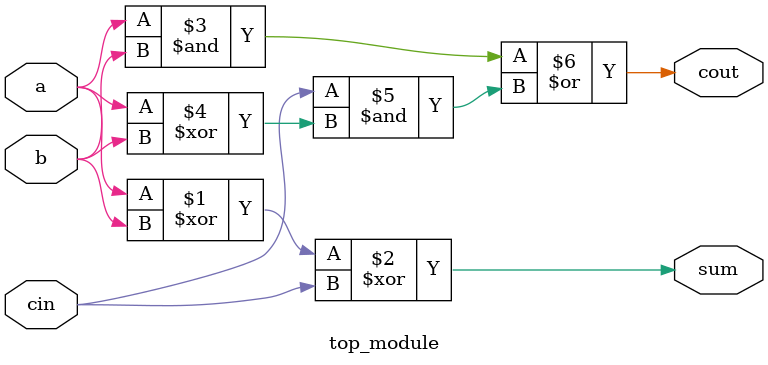
<source format=sv>
module top_module (
	input a,
	input b,
	input cin,
	output cout,
	output sum
);

  assign sum = a ^ b ^ cin;
  assign cout = (a & b) | (cin & (a ^ b));

endmodule

</source>
